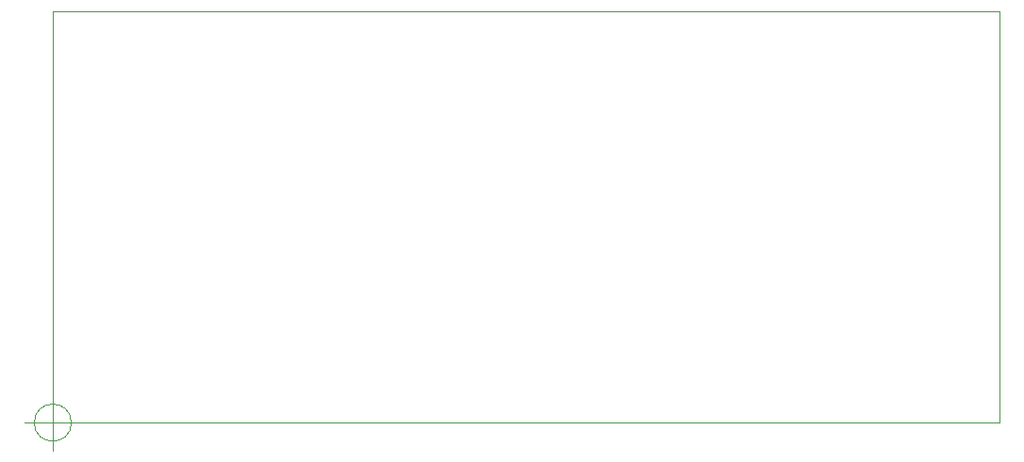
<source format=gbr>
%TF.GenerationSoftware,KiCad,Pcbnew,(6.0.9-0)*%
%TF.CreationDate,2022-12-04T14:35:13+08:00*%
%TF.ProjectId,Epaper-mcu,45706170-6572-42d6-9d63-752e6b696361,rev?*%
%TF.SameCoordinates,Original*%
%TF.FileFunction,Profile,NP*%
%FSLAX46Y46*%
G04 Gerber Fmt 4.6, Leading zero omitted, Abs format (unit mm)*
G04 Created by KiCad (PCBNEW (6.0.9-0)) date 2022-12-04 14:35:13*
%MOMM*%
%LPD*%
G01*
G04 APERTURE LIST*
%TA.AperFunction,Profile*%
%ADD10C,0.100000*%
%TD*%
G04 APERTURE END LIST*
D10*
X112050000Y-114550000D02*
X197050000Y-114550000D01*
X197050000Y-114550000D02*
X197050000Y-77550000D01*
X197050000Y-77550000D02*
X112050000Y-77550000D01*
X112050000Y-77550000D02*
X112050000Y-114550000D01*
X113716666Y-114550000D02*
G75*
G03*
X113716666Y-114550000I-1666666J0D01*
G01*
X109550000Y-114550000D02*
X114550000Y-114550000D01*
X112050000Y-112050000D02*
X112050000Y-117050000D01*
M02*

</source>
